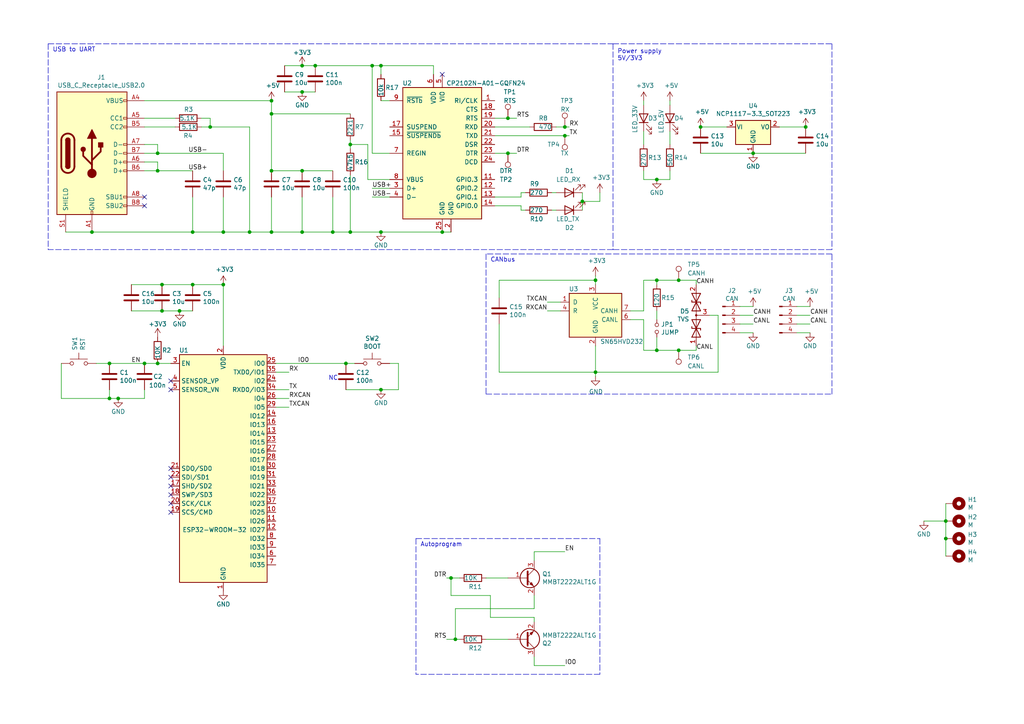
<source format=kicad_sch>
(kicad_sch (version 20211123) (generator eeschema)
  (paper "A4")
  (lib_symbols
    (symbol "Connector:Conn_01x04_Male" (pin_names (offset 1.016) hide)
      (property "Reference" "J" (at 0 5.08 0))
      (property "Value" "Conn_01x04_Male" (at 0 -7.62 0))
      (symbol "Conn_01x04_Male_1_1"
        (polyline (pts (xy 1.27 -5.08) (xy 0.8636 -5.08)) (stroke (width 0.1524)))
        (polyline (pts (xy 1.27 -2.54) (xy 0.8636 -2.54)) (stroke (width 0.1524)))
        (polyline (pts (xy 1.27 0) (xy 0.8636 0)) (stroke (width 0.1524)))
        (polyline (pts (xy 1.27 2.54) (xy 0.8636 2.54)) (stroke (width 0.1524)))
        (rectangle (start 0.8636 -4.953) (end 0 -5.207) (stroke (width 0.1524)) (fill (type outline)))
        (rectangle (start 0.8636 -2.413) (end 0 -2.667) (stroke (width 0.1524)) (fill (type outline)))
        (rectangle (start 0.8636 0.127) (end 0 -0.127) (stroke (width 0.1524)) (fill (type outline)))
        (rectangle (start 0.8636 2.667) (end 0 2.413) (stroke (width 0.1524)) (fill (type outline)))
        (pin passive line (at 5.08 2.54 180) (length 3.81) (name "Pin_1") (number "1"))
        (pin passive line (at 5.08 0 180) (length 3.81) (name "Pin_2") (number "2"))
        (pin passive line (at 5.08 -2.54 180) (length 3.81) (name "Pin_3") (number "3"))
        (pin passive line (at 5.08 -5.08 180) (length 3.81) (name "Pin_4") (number "4"))
      )
    )
    (symbol "Connector:TestPoint" (pin_numbers hide) (pin_names (offset 0.762) hide)
      (property "Reference" "TP" (at 0 6.858 0))
      (property "Value" "TestPoint" (at 0 5.08 0))
      (symbol "TestPoint_0_1"
        (circle (center 0 3.302) (radius 0.762))
      )
      (symbol "TestPoint_1_1"
        (pin passive line (at 0 0 90) (length 2.54) (name "1") (number "1"))
      )
    )
    (symbol "Connector:USB_C_Receptacle_USB2.0" (pin_names (offset 1.016))
      (property "Reference" "J" (at -10.16 19.05 0))
      (property "Value" "USB_C_Receptacle_USB2.0" (at 19.05 19.05 0))
      (symbol "USB_C_Receptacle_USB2.0_0_0"
        (rectangle (start -0.254 -17.78) (end 0.254 -16.764))
        (rectangle (start 10.16 -14.986) (end 9.144 -15.494))
        (rectangle (start 10.16 -12.446) (end 9.144 -12.954))
        (rectangle (start 10.16 -4.826) (end 9.144 -5.334))
        (rectangle (start 10.16 -2.286) (end 9.144 -2.794))
        (rectangle (start 10.16 0.254) (end 9.144 -0.254))
        (rectangle (start 10.16 2.794) (end 9.144 2.286))
        (rectangle (start 10.16 7.874) (end 9.144 7.366))
        (rectangle (start 10.16 10.414) (end 9.144 9.906))
        (rectangle (start 10.16 15.494) (end 9.144 14.986))
      )
      (symbol "USB_C_Receptacle_USB2.0_0_1"
        (rectangle (start -10.16 17.78) (end 10.16 -17.78) (stroke (width 0.254)) (fill (type background)))
        (arc (start -8.89 -3.81) (mid -6.985 -5.715) (end -5.08 -3.81) (stroke (width 0.508)))
        (arc (start -7.62 -3.81) (mid -6.985 -4.445) (end -6.35 -3.81) (stroke (width 0.254)))
        (arc (start -7.62 -3.81) (mid -6.985 -4.445) (end -6.35 -3.81) (stroke (width 0.254)) (fill (type outline)))
        (rectangle (start -7.62 -3.81) (end -6.35 3.81) (stroke (width 0.254)) (fill (type outline)))
        (arc (start -6.35 3.81) (mid -6.985 4.445) (end -7.62 3.81) (stroke (width 0.254)))
        (arc (start -6.35 3.81) (mid -6.985 4.445) (end -7.62 3.81) (stroke (width 0.254)) (fill (type outline)))
        (arc (start -5.08 3.81) (mid -6.985 5.715) (end -8.89 3.81) (stroke (width 0.508)))
        (circle (center -2.54 1.143) (radius 0.635) (stroke (width 0.254)) (fill (type outline)))
        (circle (center 0 -5.842) (radius 1.27) (fill (type outline)))
        (polyline (pts (xy -8.89 -3.81) (xy -8.89 3.81)) (stroke (width 0.508)))
        (polyline (pts (xy -5.08 3.81) (xy -5.08 -3.81)) (stroke (width 0.508)))
        (polyline (pts (xy 0 -5.842) (xy 0 4.318)) (stroke (width 0.508)))
        (polyline (pts (xy 0 -3.302) (xy -2.54 -0.762) (xy -2.54 0.508)) (stroke (width 0.508)))
        (polyline (pts (xy 0 -2.032) (xy 2.54 0.508) (xy 2.54 1.778)) (stroke (width 0.508)))
        (polyline (pts (xy -1.27 4.318) (xy 0 6.858) (xy 1.27 4.318) (xy -1.27 4.318)) (stroke (width 0.254)) (fill (type outline)))
        (rectangle (start 1.905 1.778) (end 3.175 3.048) (stroke (width 0.254)) (fill (type outline)))
      )
      (symbol "USB_C_Receptacle_USB2.0_1_1"
        (pin passive line (at 0 -22.86 90) (length 5.08) (name "GND") (number "A1"))
        (pin passive line (at 0 -22.86 90) (length 5.08) hide (name "GND") (number "A12"))
        (pin passive line (at 15.24 15.24 180) (length 5.08) (name "VBUS") (number "A4"))
        (pin bidirectional line (at 15.24 10.16 180) (length 5.08) (name "CC1") (number "A5"))
        (pin bidirectional line (at 15.24 -2.54 180) (length 5.08) (name "D+") (number "A6"))
        (pin bidirectional line (at 15.24 2.54 180) (length 5.08) (name "D-") (number "A7"))
        (pin bidirectional line (at 15.24 -12.7 180) (length 5.08) (name "SBU1") (number "A8"))
        (pin passive line (at 15.24 15.24 180) (length 5.08) hide (name "VBUS") (number "A9"))
        (pin passive line (at 0 -22.86 90) (length 5.08) hide (name "GND") (number "B1"))
        (pin passive line (at 0 -22.86 90) (length 5.08) hide (name "GND") (number "B12"))
        (pin passive line (at 15.24 15.24 180) (length 5.08) hide (name "VBUS") (number "B4"))
        (pin bidirectional line (at 15.24 7.62 180) (length 5.08) (name "CC2") (number "B5"))
        (pin bidirectional line (at 15.24 -5.08 180) (length 5.08) (name "D+") (number "B6"))
        (pin bidirectional line (at 15.24 0 180) (length 5.08) (name "D-") (number "B7"))
        (pin bidirectional line (at 15.24 -15.24 180) (length 5.08) (name "SBU2") (number "B8"))
        (pin passive line (at 15.24 15.24 180) (length 5.08) hide (name "VBUS") (number "B9"))
        (pin passive line (at -7.62 -22.86 90) (length 5.08) (name "SHIELD") (number "S1"))
      )
    )
    (symbol "Device:C" (pin_numbers hide) (pin_names (offset 0.254))
      (property "Reference" "C" (at 0.635 2.54 0))
      (property "Value" "C" (at 0.635 -2.54 0))
      (symbol "C_0_1"
        (polyline (pts (xy -2.032 -0.762) (xy 2.032 -0.762)) (stroke (width 0.508)))
        (polyline (pts (xy -2.032 0.762) (xy 2.032 0.762)) (stroke (width 0.508)))
      )
      (symbol "C_1_1"
        (pin passive line (at 0 3.81 270) (length 2.794) (name "~") (number "1"))
        (pin passive line (at 0 -3.81 90) (length 2.794) (name "~") (number "2"))
      )
    )
    (symbol "Device:D_TVS_x2_AAC" (pin_names (offset 1.016) hide)
      (property "Reference" "D" (at 0 4.445 0))
      (property "Value" "Device_D_TVS_x2_AAC" (at 0 2.54 0))
      (symbol "D_TVS_x2_AAC_0_0"
        (polyline (pts (xy 0 -1.27) (xy 0 0)))
      )
      (symbol "D_TVS_x2_AAC_0_1"
        (polyline (pts (xy -6.35 0) (xy 6.35 0)))
        (polyline (pts (xy -3.302 1.27) (xy -3.81 1.27) (xy -3.81 -1.27) (xy -4.318 -1.27)) (stroke (width 0.254)))
        (polyline (pts (xy 4.318 1.27) (xy 3.81 1.27) (xy 3.81 -1.27) (xy 3.302 -1.27)) (stroke (width 0.254)))
        (polyline (pts (xy -6.35 1.27) (xy -1.27 -1.27) (xy -1.27 1.27) (xy -6.35 -1.27) (xy -6.35 1.27)) (stroke (width 0.254)))
        (polyline (pts (xy 6.35 1.27) (xy 1.27 -1.27) (xy 1.27 1.27) (xy 6.35 -1.27) (xy 6.35 1.27)) (stroke (width 0.254)))
        (circle (center 0 0) (radius 0.254) (fill (type outline)))
      )
      (symbol "D_TVS_x2_AAC_1_1"
        (pin passive line (at -8.89 0 0) (length 2.54) (name "A1") (number "1"))
        (pin passive line (at 8.89 0 180) (length 2.54) (name "A2") (number "2"))
        (pin input line (at 0 -3.81 90) (length 2.54) (name "common") (number "3"))
      )
    )
    (symbol "Device:Jumper_NO_Small" (pin_numbers hide) (pin_names (offset 0.762) hide)
      (property "Reference" "JP" (at 0 2.032 0))
      (property "Value" "Device_Jumper_NO_Small" (at 0.254 -1.524 0))
      (symbol "Jumper_NO_Small_0_1"
        (circle (center -1.016 0) (radius 0.508))
        (circle (center 1.016 0) (radius 0.508))
        (pin passive line (at -2.54 0 0) (length 1.016) (name "1") (number "1"))
        (pin passive line (at 2.54 0 180) (length 1.016) (name "2") (number "2"))
      )
    )
    (symbol "Device:LED" (pin_numbers hide) (pin_names (offset 1.016) hide)
      (property "Reference" "D" (at 0 2.54 0))
      (property "Value" "LED" (at 0 -2.54 0))
      (symbol "LED_0_1"
        (polyline (pts (xy -1.27 -1.27) (xy -1.27 1.27)) (stroke (width 0.254)))
        (polyline (pts (xy -1.27 0) (xy 1.27 0)))
        (polyline (pts (xy 1.27 -1.27) (xy 1.27 1.27) (xy -1.27 0) (xy 1.27 -1.27)) (stroke (width 0.254)))
        (polyline (pts (xy -3.048 -0.762) (xy -4.572 -2.286) (xy -3.81 -2.286) (xy -4.572 -2.286) (xy -4.572 -1.524)))
        (polyline (pts (xy -1.778 -0.762) (xy -3.302 -2.286) (xy -2.54 -2.286) (xy -3.302 -2.286) (xy -3.302 -1.524)))
      )
      (symbol "LED_1_1"
        (pin passive line (at -3.81 0 0) (length 2.54) (name "K") (number "1"))
        (pin passive line (at 3.81 0 180) (length 2.54) (name "A") (number "2"))
      )
    )
    (symbol "Device:Q_NPN_BEC" (pin_names (offset 0) hide)
      (property "Reference" "Q" (at 5.08 1.27 0))
      (property "Value" "Q_NPN_BEC" (at 5.08 -1.27 0))
      (symbol "Q_NPN_BEC_0_1"
        (polyline (pts (xy 0.635 0.635) (xy 2.54 2.54)))
        (polyline (pts (xy 0.635 -0.635) (xy 2.54 -2.54) (xy 2.54 -2.54)))
        (polyline (pts (xy 0.635 1.905) (xy 0.635 -1.905) (xy 0.635 -1.905)) (stroke (width 0.508)))
        (polyline (pts (xy 1.27 -1.778) (xy 1.778 -1.27) (xy 2.286 -2.286) (xy 1.27 -1.778) (xy 1.27 -1.778)) (fill (type outline)))
        (circle (center 1.27 0) (radius 2.8194) (stroke (width 0.254)))
      )
      (symbol "Q_NPN_BEC_1_1"
        (pin input line (at -5.08 0 0) (length 5.715) (name "B") (number "1"))
        (pin passive line (at 2.54 -5.08 90) (length 2.54) (name "E") (number "2"))
        (pin passive line (at 2.54 5.08 270) (length 2.54) (name "C") (number "3"))
      )
    )
    (symbol "Device:R" (pin_numbers hide) (pin_names (offset 0))
      (property "Reference" "R" (at 2.032 0 90))
      (property "Value" "R" (at 0 0 90))
      (symbol "R_0_1"
        (rectangle (start -1.016 -2.54) (end 1.016 2.54) (stroke (width 0.254)))
      )
      (symbol "R_1_1"
        (pin passive line (at 0 3.81 270) (length 1.27) (name "~") (number "1"))
        (pin passive line (at 0 -3.81 90) (length 1.27) (name "~") (number "2"))
      )
    )
    (symbol "Interface_CAN_LIN:SN65HVD232" (pin_names (offset 1.016))
      (property "Reference" "U" (at -2.54 10.16 0))
      (property "Value" "SN65HVD232" (at -2.54 7.62 0))
      (symbol "SN65HVD232_0_1"
        (rectangle (start -7.62 5.08) (end 7.62 -7.62) (stroke (width 0.254)) (fill (type background)))
      )
      (symbol "SN65HVD232_1_1"
        (pin input line (at -10.16 2.54 0) (length 2.54) (name "D") (number "1"))
        (pin power_in line (at 0 -10.16 90) (length 2.54) (name "GND") (number "2"))
        (pin power_in line (at 0 7.62 270) (length 2.54) (name "VCC") (number "3"))
        (pin output line (at -10.16 0 0) (length 2.54) (name "R") (number "4"))
        (pin no_connect line (at -10.16 -2.54 0) (length 2.54) hide (name "NC") (number "5"))
        (pin bidirectional line (at 10.16 -2.54 180) (length 2.54) (name "CANL") (number "6"))
        (pin bidirectional line (at 10.16 0 180) (length 2.54) (name "CANH") (number "7"))
        (pin no_connect line (at -10.16 -5.08 0) (length 2.54) hide (name "NC") (number "8"))
      )
    )
    (symbol "Interface_USB:CP2102N-A01-GQFN24" (pin_names (offset 1.016))
      (property "Reference" "U" (at -5.08 22.225 0))
      (property "Value" "Interface_USB_CP2102N-A01-GQFN24" (at -5.08 20.32 0))
      (symbol "CP2102N-A01-GQFN24_0_1"
        (rectangle (start -11.43 19.05) (end 11.43 -19.05) (stroke (width 0.254)) (fill (type background)))
      )
      (symbol "CP2102N-A01-GQFN24_1_1"
        (pin bidirectional line (at 15.24 15.24 180) (length 3.81) (name "RI/CLK") (number "1"))
        (pin no_connect line (at 10.16 -22.86 90) (length 3.81) hide (name "NC") (number "10"))
        (pin bidirectional line (at 15.24 -7.62 180) (length 3.81) (name "GPIO.3") (number "11"))
        (pin bidirectional line (at 15.24 -10.16 180) (length 3.81) (name "GPIO.2") (number "12"))
        (pin bidirectional line (at 15.24 -12.7 180) (length 3.81) (name "GPIO.1") (number "13"))
        (pin bidirectional line (at 15.24 -15.24 180) (length 3.81) (name "GPIO.0") (number "14"))
        (pin output line (at -15.24 5.08 0) (length 3.81) (name "~{SUSPENDb}") (number "15"))
        (pin no_connect line (at 7.62 -22.86 90) (length 3.81) hide (name "NC") (number "16"))
        (pin output line (at -15.24 7.62 0) (length 3.81) (name "SUSPEND") (number "17"))
        (pin input line (at 15.24 12.7 180) (length 3.81) (name "CTS") (number "18"))
        (pin output line (at 15.24 10.16 180) (length 3.81) (name "RTS") (number "19"))
        (pin power_in line (at 2.54 -22.86 90) (length 3.81) (name "GND") (number "2"))
        (pin input line (at 15.24 7.62 180) (length 3.81) (name "RXD") (number "20"))
        (pin output line (at 15.24 5.08 180) (length 3.81) (name "TXD") (number "21"))
        (pin input line (at 15.24 2.54 180) (length 3.81) (name "DSR") (number "22"))
        (pin output line (at 15.24 0 180) (length 3.81) (name "DTR") (number "23"))
        (pin input line (at 15.24 -2.54 180) (length 3.81) (name "DCD") (number "24"))
        (pin power_in line (at 0 -22.86 90) (length 3.81) (name "GND") (number "25"))
        (pin bidirectional line (at -15.24 -10.16 0) (length 3.81) (name "D+") (number "3"))
        (pin bidirectional line (at -15.24 -12.7 0) (length 3.81) (name "D-") (number "4"))
        (pin power_in line (at 0 22.86 270) (length 3.81) (name "VIO") (number "5"))
        (pin power_in line (at -2.54 22.86 270) (length 3.81) (name "VDD") (number "6"))
        (pin power_in line (at -15.24 0 0) (length 3.81) (name "REGIN") (number "7"))
        (pin input line (at -15.24 -7.62 0) (length 3.81) (name "VBUS") (number "8"))
        (pin input line (at -15.24 15.24 0) (length 3.81) (name "~{RSTb}") (number "9"))
      )
    )
    (symbol "Mechanical:MountingHole_Pad" (pin_numbers hide) (pin_names (offset 1.016) hide)
      (property "Reference" "H" (at 0 6.35 0))
      (property "Value" "MountingHole_Pad" (at 0 4.445 0))
      (symbol "MountingHole_Pad_0_1"
        (circle (center 0 1.27) (radius 1.27) (stroke (width 1.27)))
      )
      (symbol "MountingHole_Pad_1_1"
        (pin input line (at 0 -2.54 90) (length 2.54) (name "1") (number "1"))
      )
    )
    (symbol "RF_Module:ESP32-WROOM-32"
      (property "Reference" "U" (at -12.7 34.29 0))
      (property "Value" "ESP32-WROOM-32" (at 1.27 34.29 0))
      (symbol "ESP32-WROOM-32_0_1"
        (rectangle (start -12.7 33.02) (end 12.7 -33.02) (stroke (width 0.254)) (fill (type background)))
      )
      (symbol "ESP32-WROOM-32_1_1"
        (pin power_in line (at 0 -35.56 90) (length 2.54) (name "GND") (number "1"))
        (pin bidirectional line (at 15.24 -12.7 180) (length 2.54) (name "IO25") (number "10"))
        (pin bidirectional line (at 15.24 -15.24 180) (length 2.54) (name "IO26") (number "11"))
        (pin bidirectional line (at 15.24 -17.78 180) (length 2.54) (name "IO27") (number "12"))
        (pin bidirectional line (at 15.24 10.16 180) (length 2.54) (name "IO14") (number "13"))
        (pin bidirectional line (at 15.24 15.24 180) (length 2.54) (name "IO12") (number "14"))
        (pin passive line (at 0 -35.56 90) (length 2.54) hide (name "GND") (number "15"))
        (pin bidirectional line (at 15.24 12.7 180) (length 2.54) (name "IO13") (number "16"))
        (pin bidirectional line (at -15.24 -5.08 0) (length 2.54) (name "SHD/SD2") (number "17"))
        (pin bidirectional line (at -15.24 -7.62 0) (length 2.54) (name "SWP/SD3") (number "18"))
        (pin bidirectional line (at -15.24 -12.7 0) (length 2.54) (name "SCS/CMD") (number "19"))
        (pin power_in line (at 0 35.56 270) (length 2.54) (name "VDD") (number "2"))
        (pin bidirectional line (at -15.24 -10.16 0) (length 2.54) (name "SCK/CLK") (number "20"))
        (pin bidirectional line (at -15.24 0 0) (length 2.54) (name "SDO/SD0") (number "21"))
        (pin bidirectional line (at -15.24 -2.54 0) (length 2.54) (name "SDI/SD1") (number "22"))
        (pin bidirectional line (at 15.24 7.62 180) (length 2.54) (name "IO15") (number "23"))
        (pin bidirectional line (at 15.24 25.4 180) (length 2.54) (name "IO2") (number "24"))
        (pin bidirectional line (at 15.24 30.48 180) (length 2.54) (name "IO0") (number "25"))
        (pin bidirectional line (at 15.24 20.32 180) (length 2.54) (name "IO4") (number "26"))
        (pin bidirectional line (at 15.24 5.08 180) (length 2.54) (name "IO16") (number "27"))
        (pin bidirectional line (at 15.24 2.54 180) (length 2.54) (name "IO17") (number "28"))
        (pin bidirectional line (at 15.24 17.78 180) (length 2.54) (name "IO5") (number "29"))
        (pin input line (at -15.24 30.48 0) (length 2.54) (name "EN") (number "3"))
        (pin bidirectional line (at 15.24 0 180) (length 2.54) (name "IO18") (number "30"))
        (pin bidirectional line (at 15.24 -2.54 180) (length 2.54) (name "IO19") (number "31"))
        (pin no_connect line (at -12.7 -27.94 0) (length 2.54) hide (name "NC") (number "32"))
        (pin bidirectional line (at 15.24 -5.08 180) (length 2.54) (name "IO21") (number "33"))
        (pin bidirectional line (at 15.24 22.86 180) (length 2.54) (name "RXD0/IO3") (number "34"))
        (pin bidirectional line (at 15.24 27.94 180) (length 2.54) (name "TXD0/IO1") (number "35"))
        (pin bidirectional line (at 15.24 -7.62 180) (length 2.54) (name "IO22") (number "36"))
        (pin bidirectional line (at 15.24 -10.16 180) (length 2.54) (name "IO23") (number "37"))
        (pin passive line (at 0 -35.56 90) (length 2.54) hide (name "GND") (number "38"))
        (pin passive line (at 0 -35.56 90) (length 2.54) hide (name "GND") (number "39"))
        (pin input line (at -15.24 25.4 0) (length 2.54) (name "SENSOR_VP") (number "4"))
        (pin input line (at -15.24 22.86 0) (length 2.54) (name "SENSOR_VN") (number "5"))
        (pin input line (at 15.24 -25.4 180) (length 2.54) (name "IO34") (number "6"))
        (pin input line (at 15.24 -27.94 180) (length 2.54) (name "IO35") (number "7"))
        (pin bidirectional line (at 15.24 -20.32 180) (length 2.54) (name "IO32") (number "8"))
        (pin bidirectional line (at 15.24 -22.86 180) (length 2.54) (name "IO33") (number "9"))
      )
    )
    (symbol "Regulator_Linear:NCP1117-3.3_SOT223" (pin_names (offset 0.254))
      (property "Reference" "U" (at -3.81 3.175 0))
      (property "Value" "NCP1117-3.3_SOT223" (at 0 3.175 0))
      (symbol "NCP1117-3.3_SOT223_0_1"
        (rectangle (start -5.08 -5.08) (end 5.08 1.905) (stroke (width 0.254)) (fill (type background)))
      )
      (symbol "NCP1117-3.3_SOT223_1_1"
        (pin power_in line (at 0 -7.62 90) (length 2.54) (name "GND") (number "1"))
        (pin power_out line (at 7.62 0 180) (length 2.54) (name "VO") (number "2"))
        (pin power_in line (at -7.62 0 0) (length 2.54) (name "VI") (number "3"))
      )
    )
    (symbol "Switch:SW_Push" (pin_numbers hide) (pin_names (offset 1.016) hide)
      (property "Reference" "SW" (at 1.27 2.54 0))
      (property "Value" "SW_Push" (at 0 -1.524 0))
      (symbol "SW_Push_0_1"
        (circle (center -2.032 0) (radius 0.508))
        (polyline (pts (xy 0 1.27) (xy 0 3.048)))
        (polyline (pts (xy 2.54 1.27) (xy -2.54 1.27)))
        (circle (center 2.032 0) (radius 0.508))
        (pin passive line (at -5.08 0 0) (length 2.54) (name "1") (number "1"))
        (pin passive line (at 5.08 0 180) (length 2.54) (name "2") (number "2"))
      )
    )
    (symbol "power:+3.3V" (power) (pin_names (offset 0))
      (property "Value" "+3.3V" (at 0 3.556 0))
      (symbol "+3.3V_0_1"
        (polyline (pts (xy -0.762 1.27) (xy 0 2.54)))
        (polyline (pts (xy 0 0) (xy 0 2.54)))
        (polyline (pts (xy 0 2.54) (xy 0.762 1.27)))
      )
      (symbol "+3.3V_1_1"
        (pin power_in line (at 0 0 90) (length 0) hide (name "+3V3") (number "1"))
      )
    )
    (symbol "power:+5V" (power) (pin_names (offset 0))
      (property "Value" "+5V" (at 0 3.556 0))
      (symbol "+5V_0_1"
        (polyline (pts (xy -0.762 1.27) (xy 0 2.54)))
        (polyline (pts (xy 0 0) (xy 0 2.54)))
        (polyline (pts (xy 0 2.54) (xy 0.762 1.27)))
      )
      (symbol "+5V_1_1"
        (pin power_in line (at 0 0 90) (length 0) hide (name "+5V") (number "1"))
      )
    )
    (symbol "power:GND" (power) (pin_names (offset 0))
      (property "Value" "GND" (at 0 -3.81 0))
      (symbol "GND_0_1"
        (polyline (pts (xy 0 0) (xy 0 -1.27) (xy 1.27 -1.27) (xy 0 -2.54) (xy -1.27 -1.27) (xy 0 -1.27)))
      )
      (symbol "GND_1_1"
        (pin power_in line (at 0 0 270) (length 0) hide (name "GND") (number "1"))
      )
    )
  )
  (junction (at 190.5 52.07))
  (junction (at 31.75 115.57))
  (junction (at 172.72 107.95))
  (junction (at 78.74 33.02))
  (junction (at 34.29 115.57))
  (junction (at 163.83 36.83))
  (junction (at 107.95 19.05))
  (junction (at 45.72 105.41))
  (junction (at 87.63 19.05))
  (junction (at 91.44 19.05))
  (junction (at 78.74 67.31))
  (junction (at 31.75 105.41))
  (junction (at 196.85 101.6))
  (junction (at 78.74 49.53))
  (junction (at 101.6 41.91))
  (junction (at 233.68 36.83))
  (junction (at 45.72 49.53))
  (junction (at 78.74 29.21))
  (junction (at 190.5 81.28))
  (junction (at 190.5 101.6))
  (junction (at 87.63 26.67))
  (junction (at 64.77 82.55))
  (junction (at 41.91 105.41))
  (junction (at 101.6 67.31))
  (junction (at 218.44 44.45))
  (junction (at 55.88 67.31))
  (junction (at 168.91 58.42))
  (junction (at 110.49 19.05))
  (junction (at 52.07 90.17))
  (junction (at 196.85 81.28))
  (junction (at 132.08 185.42))
  (junction (at 87.63 67.31))
  (junction (at 64.77 67.31))
  (junction (at 147.32 34.29))
  (junction (at 96.52 67.31))
  (junction (at 274.32 151.13))
  (junction (at 100.33 105.41))
  (junction (at 26.67 67.31))
  (junction (at 87.63 49.53))
  (junction (at 274.32 156.21))
  (junction (at 110.49 67.31))
  (junction (at 45.72 44.45))
  (junction (at 60.96 36.83))
  (junction (at 72.39 67.31))
  (junction (at 203.2 36.83))
  (junction (at 55.88 82.55))
  (junction (at 46.99 90.17))
  (junction (at 172.72 81.28))
  (junction (at 46.99 82.55))
  (junction (at 147.32 44.45))
  (junction (at 128.27 67.31))
  (junction (at 163.83 39.37))
  (junction (at 110.49 113.03))
  (junction (at 130.81 167.64))
  (no_connect (at 49.53 113.03))
  (no_connect (at 49.53 138.43))
  (no_connect (at 49.53 148.59))
  (no_connect (at 49.53 143.51))
  (no_connect (at 49.53 135.89))
  (no_connect (at 41.91 59.69))
  (no_connect (at 128.27 21.59))
  (no_connect (at 49.53 140.97))
  (no_connect (at 41.91 57.15))
  (no_connect (at 49.53 110.49))
  (no_connect (at 49.53 146.05))
  (wire (pts (xy 58.42 34.29) (xy 60.96 34.29)))
  (wire (pts (xy 72.39 67.31) (xy 78.74 67.31)))
  (wire (pts (xy 172.72 81.28) (xy 172.72 82.55)))
  (wire (pts (xy 31.75 105.41) (xy 41.91 105.41)))
  (polyline (pts (xy 177.8 12.7) (xy 241.3 12.7)))
  (wire (pts (xy 182.88 90.17) (xy 186.69 90.17)))
  (wire (pts (xy 72.39 67.31) (xy 72.39 36.83)))
  (polyline (pts (xy 140.97 114.3) (xy 241.3 114.3)))
  (wire (pts (xy 165.1 36.83) (xy 163.83 36.83)))
  (wire (pts (xy 274.32 156.21) (xy 274.32 161.29)))
  (wire (pts (xy 194.31 52.07) (xy 194.31 49.53)))
  (wire (pts (xy 203.2 44.45) (xy 218.44 44.45)))
  (wire (pts (xy 46.99 90.17) (xy 52.07 90.17)))
  (polyline (pts (xy 13.97 12.7) (xy 13.97 72.39)))
  (wire (pts (xy 110.49 67.31) (xy 101.6 67.31)))
  (wire (pts (xy 41.91 41.91) (xy 45.72 41.91)))
  (polyline (pts (xy 177.8 12.7) (xy 177.8 72.39)))
  (wire (pts (xy 55.88 67.31) (xy 64.77 67.31)))
  (wire (pts (xy 151.13 59.69) (xy 143.51 59.69)))
  (wire (pts (xy 205.74 91.44) (xy 208.28 91.44)))
  (wire (pts (xy 144.78 81.28) (xy 172.72 81.28)))
  (wire (pts (xy 113.03 57.15) (xy 107.95 57.15)))
  (wire (pts (xy 154.94 179.07) (xy 142.24 179.07)))
  (wire (pts (xy 147.32 44.45) (xy 149.86 44.45)))
  (wire (pts (xy 190.5 97.79) (xy 190.5 101.6)))
  (wire (pts (xy 168.91 58.42) (xy 168.91 60.96)))
  (wire (pts (xy 60.96 34.29) (xy 60.96 36.83)))
  (wire (pts (xy 190.5 82.55) (xy 190.5 81.28)))
  (wire (pts (xy 186.69 92.71) (xy 186.69 101.6)))
  (wire (pts (xy 26.67 67.31) (xy 55.88 67.31)))
  (wire (pts (xy 173.99 55.88) (xy 173.99 58.42)))
  (wire (pts (xy 231.14 96.52) (xy 234.95 96.52)))
  (wire (pts (xy 113.03 44.45) (xy 107.95 44.45)))
  (wire (pts (xy 17.78 105.41) (xy 17.78 115.57)))
  (wire (pts (xy 144.78 107.95) (xy 172.72 107.95)))
  (polyline (pts (xy 241.3 73.66) (xy 140.97 73.66)))
  (wire (pts (xy 115.57 105.41) (xy 115.57 113.03)))
  (wire (pts (xy 194.31 29.21) (xy 194.31 30.48)))
  (polyline (pts (xy 140.97 73.66) (xy 140.97 114.3)))
  (wire (pts (xy 194.31 38.1) (xy 194.31 41.91)))
  (wire (pts (xy 101.6 40.64) (xy 101.6 41.91)))
  (wire (pts (xy 151.13 60.96) (xy 152.4 60.96)))
  (wire (pts (xy 78.74 49.53) (xy 78.74 33.02)))
  (wire (pts (xy 64.77 67.31) (xy 72.39 67.31)))
  (wire (pts (xy 91.44 19.05) (xy 107.95 19.05)))
  (wire (pts (xy 45.72 105.41) (xy 41.91 105.41)))
  (polyline (pts (xy 13.97 12.7) (xy 177.8 12.7)))
  (wire (pts (xy 41.91 44.45) (xy 45.72 44.45)))
  (wire (pts (xy 151.13 60.96) (xy 151.13 59.69)))
  (wire (pts (xy 203.2 36.83) (xy 210.82 36.83)))
  (wire (pts (xy 78.74 33.02) (xy 78.74 29.21)))
  (wire (pts (xy 60.96 36.83) (xy 58.42 36.83)))
  (wire (pts (xy 96.52 57.15) (xy 96.52 67.31)))
  (wire (pts (xy 45.72 46.99) (xy 45.72 49.53)))
  (wire (pts (xy 172.72 100.33) (xy 172.72 107.95)))
  (wire (pts (xy 87.63 67.31) (xy 78.74 67.31)))
  (wire (pts (xy 154.94 162.56) (xy 154.94 160.02)))
  (wire (pts (xy 196.85 101.6) (xy 201.93 101.6)))
  (wire (pts (xy 153.67 36.83) (xy 143.51 36.83)))
  (wire (pts (xy 132.08 185.42) (xy 129.54 185.42)))
  (wire (pts (xy 113.03 54.61) (xy 107.95 54.61)))
  (wire (pts (xy 64.77 82.55) (xy 64.77 100.33)))
  (wire (pts (xy 144.78 93.98) (xy 144.78 107.95)))
  (wire (pts (xy 143.51 34.29) (xy 147.32 34.29)))
  (wire (pts (xy 186.69 81.28) (xy 190.5 81.28)))
  (wire (pts (xy 190.5 81.28) (xy 196.85 81.28)))
  (wire (pts (xy 208.28 91.44) (xy 208.28 107.95)))
  (wire (pts (xy 154.94 172.72) (xy 154.94 176.53)))
  (wire (pts (xy 107.95 19.05) (xy 110.49 19.05)))
  (wire (pts (xy 214.63 91.44) (xy 218.44 91.44)))
  (wire (pts (xy 41.91 34.29) (xy 50.8 34.29)))
  (wire (pts (xy 140.97 167.64) (xy 147.32 167.64)))
  (wire (pts (xy 154.94 180.34) (xy 154.94 179.07)))
  (wire (pts (xy 214.63 96.52) (xy 218.44 96.52)))
  (wire (pts (xy 27.94 105.41) (xy 31.75 105.41)))
  (wire (pts (xy 130.81 172.72) (xy 130.81 167.64)))
  (wire (pts (xy 151.13 55.88) (xy 152.4 55.88)))
  (wire (pts (xy 172.72 109.22) (xy 172.72 107.95)))
  (wire (pts (xy 163.83 39.37) (xy 165.1 39.37)))
  (wire (pts (xy 201.93 101.6) (xy 201.93 100.33)))
  (wire (pts (xy 160.02 60.96) (xy 161.29 60.96)))
  (wire (pts (xy 38.1 82.55) (xy 46.99 82.55)))
  (wire (pts (xy 101.6 50.8) (xy 101.6 67.31)))
  (polyline (pts (xy 173.99 195.58) (xy 120.65 195.58)))
  (wire (pts (xy 274.32 151.13) (xy 274.32 156.21)))
  (wire (pts (xy 64.77 57.15) (xy 64.77 67.31)))
  (wire (pts (xy 186.69 90.17) (xy 186.69 81.28)))
  (wire (pts (xy 38.1 90.17) (xy 46.99 90.17)))
  (wire (pts (xy 160.02 55.88) (xy 161.29 55.88)))
  (wire (pts (xy 231.14 93.98) (xy 234.95 93.98)))
  (wire (pts (xy 55.88 82.55) (xy 64.77 82.55)))
  (wire (pts (xy 96.52 67.31) (xy 87.63 67.31)))
  (wire (pts (xy 267.97 151.13) (xy 274.32 151.13)))
  (wire (pts (xy 142.24 172.72) (xy 130.81 172.72)))
  (wire (pts (xy 186.69 49.53) (xy 186.69 52.07)))
  (wire (pts (xy 80.01 118.11) (xy 83.82 118.11)))
  (wire (pts (xy 154.94 176.53) (xy 132.08 176.53)))
  (wire (pts (xy 31.75 113.03) (xy 31.75 115.57)))
  (polyline (pts (xy 241.3 114.3) (xy 241.3 73.66)))
  (wire (pts (xy 80.01 113.03) (xy 83.82 113.03)))
  (wire (pts (xy 201.93 81.28) (xy 201.93 82.55)))
  (wire (pts (xy 151.13 55.88) (xy 151.13 57.15)))
  (wire (pts (xy 80.01 115.57) (xy 83.82 115.57)))
  (wire (pts (xy 41.91 113.03) (xy 41.91 115.57)))
  (wire (pts (xy 78.74 29.21) (xy 41.91 29.21)))
  (wire (pts (xy 41.91 46.99) (xy 45.72 46.99)))
  (wire (pts (xy 154.94 193.04) (xy 163.83 193.04)))
  (wire (pts (xy 87.63 57.15) (xy 87.63 67.31)))
  (wire (pts (xy 133.35 167.64) (xy 130.81 167.64)))
  (wire (pts (xy 78.74 33.02) (xy 101.6 33.02)))
  (wire (pts (xy 45.72 41.91) (xy 45.72 44.45)))
  (wire (pts (xy 87.63 26.67) (xy 91.44 26.67)))
  (wire (pts (xy 172.72 80.01) (xy 172.72 81.28)))
  (wire (pts (xy 132.08 176.53) (xy 132.08 185.42)))
  (wire (pts (xy 101.6 41.91) (xy 101.6 43.18)))
  (wire (pts (xy 190.5 101.6) (xy 196.85 101.6)))
  (wire (pts (xy 182.88 92.71) (xy 186.69 92.71)))
  (wire (pts (xy 274.32 146.05) (xy 274.32 151.13)))
  (wire (pts (xy 231.14 91.44) (xy 234.95 91.44)))
  (wire (pts (xy 143.51 39.37) (xy 163.83 39.37)))
  (wire (pts (xy 142.24 179.07) (xy 142.24 172.72)))
  (polyline (pts (xy 177.8 72.39) (xy 13.97 72.39)))
  (wire (pts (xy 41.91 49.53) (xy 45.72 49.53)))
  (polyline (pts (xy 173.99 156.21) (xy 173.99 195.58)))
  (wire (pts (xy 19.05 67.31) (xy 26.67 67.31)))
  (wire (pts (xy 144.78 86.36) (xy 144.78 81.28)))
  (wire (pts (xy 80.01 105.41) (xy 100.33 105.41)))
  (wire (pts (xy 45.72 49.53) (xy 55.88 49.53)))
  (wire (pts (xy 163.83 36.83) (xy 161.29 36.83)))
  (wire (pts (xy 133.35 185.42) (xy 132.08 185.42)))
  (wire (pts (xy 168.91 58.42) (xy 173.99 58.42)))
  (wire (pts (xy 140.97 185.42) (xy 147.32 185.42)))
  (polyline (pts (xy 241.3 72.39) (xy 177.8 72.39)))
  (wire (pts (xy 31.75 115.57) (xy 34.29 115.57)))
  (wire (pts (xy 186.69 38.1) (xy 186.69 41.91)))
  (wire (pts (xy 17.78 115.57) (xy 31.75 115.57)))
  (wire (pts (xy 196.85 81.28) (xy 201.93 81.28)))
  (wire (pts (xy 110.49 67.31) (xy 128.27 67.31)))
  (wire (pts (xy 162.56 90.17) (xy 158.75 90.17)))
  (wire (pts (xy 186.69 101.6) (xy 190.5 101.6)))
  (wire (pts (xy 107.95 44.45) (xy 107.95 19.05)))
  (polyline (pts (xy 120.65 156.21) (xy 173.99 156.21)))
  (wire (pts (xy 154.94 160.02) (xy 163.83 160.02)))
  (wire (pts (xy 154.94 190.5) (xy 154.94 193.04)))
  (polyline (pts (xy 241.3 12.7) (xy 241.3 72.39)))
  (wire (pts (xy 96.52 49.53) (xy 87.63 49.53)))
  (wire (pts (xy 72.39 36.83) (xy 60.96 36.83)))
  (wire (pts (xy 45.72 44.45) (xy 64.77 44.45)))
  (wire (pts (xy 87.63 19.05) (xy 82.55 19.05)))
  (wire (pts (xy 190.5 90.17) (xy 190.5 92.71)))
  (wire (pts (xy 82.55 26.67) (xy 87.63 26.67)))
  (wire (pts (xy 64.77 44.45) (xy 64.77 49.53)))
  (wire (pts (xy 143.51 57.15) (xy 151.13 57.15)))
  (wire (pts (xy 106.68 41.91) (xy 101.6 41.91)))
  (wire (pts (xy 130.81 167.64) (xy 129.54 167.64)))
  (wire (pts (xy 168.91 55.88) (xy 168.91 58.42)))
  (wire (pts (xy 110.49 19.05) (xy 110.49 21.59)))
  (wire (pts (xy 110.49 29.21) (xy 113.03 29.21)))
  (wire (pts (xy 172.72 107.95) (xy 208.28 107.95)))
  (wire (pts (xy 106.68 52.07) (xy 113.03 52.07)))
  (wire (pts (xy 190.5 52.07) (xy 194.31 52.07)))
  (wire (pts (xy 110.49 113.03) (xy 100.33 113.03)))
  (wire (pts (xy 87.63 49.53) (xy 78.74 49.53)))
  (polyline (pts (xy 120.65 156.21) (xy 120.65 195.58)))
  (wire (pts (xy 115.57 113.03) (xy 110.49 113.03)))
  (wire (pts (xy 186.69 52.07) (xy 190.5 52.07)))
  (wire (pts (xy 143.51 44.45) (xy 147.32 44.45)))
  (wire (pts (xy 41.91 36.83) (xy 50.8 36.83)))
  (wire (pts (xy 110.49 19.05) (xy 125.73 19.05)))
  (wire (pts (xy 78.74 67.31) (xy 78.74 57.15)))
  (wire (pts (xy 231.14 88.9) (xy 234.95 88.9)))
  (wire (pts (xy 125.73 21.59) (xy 125.73 19.05)))
  (wire (pts (xy 46.99 82.55) (xy 55.88 82.55)))
  (wire (pts (xy 100.33 105.41) (xy 102.87 105.41)))
  (wire (pts (xy 226.06 36.83) (xy 233.68 36.83)))
  (wire (pts (xy 52.07 90.17) (xy 55.88 90.17)))
  (wire (pts (xy 49.53 105.41) (xy 45.72 105.41)))
  (wire (pts (xy 162.56 87.63) (xy 158.75 87.63)))
  (wire (pts (xy 80.01 107.95) (xy 83.82 107.95)))
  (wire (pts (xy 101.6 67.31) (xy 96.52 67.31)))
  (wire (pts (xy 34.29 115.57) (xy 41.91 115.57)))
  (wire (pts (xy 218.44 44.45) (xy 233.68 44.45)))
  (wire (pts (xy 128.27 67.31) (xy 130.81 67.31)))
  (wire (pts (xy 214.63 88.9) (xy 218.44 88.9)))
  (wire (pts (xy 186.69 29.21) (xy 186.69 30.48)))
  (wire (pts (xy 91.44 19.05) (xy 87.63 19.05)))
  (wire (pts (xy 214.63 93.98) (xy 218.44 93.98)))
  (wire (pts (xy 55.88 57.15) (xy 55.88 67.31)))
  (wire (pts (xy 113.03 105.41) (xy 115.57 105.41)))
  (wire (pts (xy 147.32 34.29) (xy 149.86 34.29)))
  (wire (pts (xy 106.68 52.07) (xy 106.68 41.91)))
  (text "CANbus" (at 142.24 76.2 0) (effects (font (size 1.27 1.27)) (justify left bottom)))
  (text "Autoprogram" (at 121.92 158.75 0) (effects (font (size 1.27 1.27)) (justify left bottom)))
  (text "USB to UART" (at 15.24 15.24 0) (effects (font (size 1.27 1.27)) (justify left bottom)))
  (text "Power supply\n5V/3V3" (at 179.07 17.78 0) (effects (font (size 1.27 1.27)) (justify left bottom)))
  (text "NC" (at 95.25 110.49 0) (effects (font (size 1.27 1.27)) (justify left bottom)))
  (label "RX" (at 165.1 36.83 0))
  (label "CANH" (at 234.95 91.44 0))
  (label "IO0" (at 86.36 105.41 0))
  (label "USB-" (at 107.95 57.15 0))
  (label "EN" (at 38.1 105.41 0))
  (label "CANL" (at 234.95 93.98 0))
  (label "CANL" (at 218.44 93.98 0))
  (label "IO0" (at 163.83 193.04 0))
  (label "DTR" (at 149.86 44.45 0))
  (label "RXCAN" (at 83.82 115.57 0))
  (label "CANH" (at 218.44 91.44 0))
  (label "DTR" (at 129.54 167.64 180))
  (label "TX" (at 83.82 113.03 0))
  (label "EN" (at 163.83 160.02 0))
  (label "RTS" (at 129.54 185.42 180))
  (label "RXCAN" (at 158.75 90.17 180))
  (label "RX" (at 83.82 107.95 0))
  (label "USB-" (at 54.61 44.45 0))
  (label "USB+" (at 54.61 49.53 0))
  (label "CANH" (at 201.93 82.55 0))
  (label "RTS" (at 149.86 34.29 0))
  (label "TXCAN" (at 158.75 87.63 180))
  (label "TXCAN" (at 83.82 118.11 0))
  (label "TX" (at 165.1 39.37 0))
  (label "CANL" (at 201.93 101.6 0))
  (label "USB+" (at 107.95 54.61 0))
  (symbol (lib_id "RF_Module:ESP32-WROOM-32") (at 64.77 135.89 0) (unit 1)
    (property "Reference" "U1" (at 53.34 101.6 0))
    (property "Value" "ESP32-WROOM-32" (at 62.23 153.67 0))
    (property "Footprint" "RF_Module:ESP32-WROOM-32" (effects hide))
    (property "Datasheet" "https://www.espressif.com/sites/default/files/documentation/esp32-wroom-32_datasheet_en.pdf" (effects hide))
  )
  (symbol (lib_id "Interface_CAN_LIN:SN65HVD232") (at 172.72 90.17 0) (unit 1)
    (property "Reference" "U3" (at 166.37 83.82 0))
    (property "Value" "SN65HVD232" (at 180.34 99.06 0))
    (property "Footprint" "Package_SO:SOIC-8_3.9x4.9mm_P1.27mm" (effects hide))
    (property "Datasheet" "http://www.ti.com/lit/ds/symlink/sn65hvd230.pdf" (effects hide))
  )
  (symbol (lib_id "power:GND") (at 172.72 109.22 0) (unit 1)
    (property "Reference" "#PWR019" (effects hide))
    (property "Value" "GND" (at 172.847 113.6142 0))
  )
  (symbol (lib_id "Device:C") (at 144.78 90.17 0) (unit 1)
    (property "Reference" "C15" (at 147.701 89.0016 0) (effects (justify left)))
    (property "Value" "100n" (at 147.701 91.313 0) (effects (justify left)))
    (property "Footprint" "Capacitor_SMD:C_0805_2012Metric" (effects hide))
  )
  (symbol (lib_id "Device:D_TVS_x2_AAC") (at 201.93 91.44 90) (unit 1)
    (property "Reference" "D5" (at 199.9234 90.2716 90) (effects (justify left)))
    (property "Value" "TVS" (at 199.9234 92.583 90) (effects (justify left)))
    (property "Footprint" "Package_TO_SOT_SMD:SOT-23" (effects hide))
  )
  (symbol (lib_id "power:+3.3V") (at 172.72 80.01 0) (unit 1)
    (property "Reference" "#PWR018" (effects hide))
    (property "Value" "+3.3V" (at 173.101 75.6158 0))
  )
  (symbol (lib_id "Device:R") (at 190.5 86.36 0) (unit 1)
    (property "Reference" "R15" (at 191.77 86.36 0) (effects (justify left)))
    (property "Value" "120" (at 190.5 88.9 90) (effects (justify left)))
    (property "Footprint" "Resistor_SMD:R_0805_2012Metric" (effects hide))
  )
  (symbol (lib_id "Device:Jumper_NO_Small") (at 190.5 95.25 270) (unit 1)
    (property "Reference" "JP1" (at 191.7192 94.0816 90) (effects (justify left)))
    (property "Value" "JUMP" (at 191.7192 96.393 90) (effects (justify left)))
    (property "Footprint" "Connector_PinHeader_2.54mm:PinHeader_1x02_P2.54mm_Vertical" (effects hide))
  )
  (symbol (lib_id "Regulator_Linear:NCP1117-3.3_SOT223") (at 218.44 36.83 0) (unit 1)
    (property "Reference" "U4" (at 218.44 30.6832 0))
    (property "Value" "NCP1117-3.3_SOT223" (at 218.44 32.9946 0))
    (property "Footprint" "Package_TO_SOT_SMD:SOT-223-3_TabPin2" (effects hide))
    (property "Datasheet" "http://www.onsemi.com/pub_link/Collateral/NCP1117-D.PDF" (effects hide))
  )
  (symbol (lib_id "Device:LED") (at 186.69 34.29 90) (unit 1)
    (property "Reference" "D3" (at 187.96 34.29 90) (effects (justify right)))
    (property "Value" "LED_33V" (at 184.15 30.48 0) (effects (justify right)))
    (property "Footprint" "LED_SMD:LED_0805_2012Metric" (effects hide))
  )
  (symbol (lib_id "Device:LED") (at 194.31 34.29 90) (unit 1)
    (property "Reference" "D4" (at 195.58 34.29 90) (effects (justify right)))
    (property "Value" "LED_5V" (at 191.77 31.75 0) (effects (justify right)))
    (property "Footprint" "LED_SMD:LED_0805_2012Metric" (effects hide))
  )
  (symbol (lib_id "Device:R") (at 194.31 45.72 0) (unit 1)
    (property "Reference" "R14" (at 195.58 45.72 0) (effects (justify left)))
    (property "Value" "560" (at 194.31 48.26 90) (effects (justify left)))
    (property "Footprint" "Resistor_SMD:R_0805_2012Metric" (effects hide))
  )
  (symbol (lib_id "Device:R") (at 186.69 45.72 0) (unit 1)
    (property "Reference" "R13" (at 187.96 45.72 0) (effects (justify left)))
    (property "Value" "270" (at 186.69 48.26 90) (effects (justify left)))
    (property "Footprint" "Resistor_SMD:R_0805_2012Metric" (effects hide))
  )
  (symbol (lib_id "Device:C") (at 203.2 40.64 0) (unit 1)
    (property "Reference" "C13" (at 206.121 39.4716 0) (effects (justify left)))
    (property "Value" "10u" (at 206.121 41.783 0) (effects (justify left)))
    (property "Footprint" "Capacitor_SMD:C_0805_2012Metric" (effects hide))
  )
  (symbol (lib_id "Device:C") (at 233.68 40.64 0) (unit 1)
    (property "Reference" "C14" (at 236.601 39.4716 0) (effects (justify left)))
    (property "Value" "10u" (at 236.601 41.783 0) (effects (justify left)))
    (property "Footprint" "Capacitor_SMD:C_0805_2012Metric" (effects hide))
  )
  (symbol (lib_id "power:+5V") (at 203.2 36.83 0) (unit 1)
    (property "Reference" "#PWR021" (effects hide))
    (property "Value" "+5V" (at 203.581 32.4358 0))
  )
  (symbol (lib_id "power:+3.3V") (at 233.68 36.83 0) (unit 1)
    (property "Reference" "#PWR027" (effects hide))
    (property "Value" "+3.3V" (at 234.061 32.4358 0))
  )
  (symbol (lib_id "power:GND") (at 218.44 44.45 0) (unit 1)
    (property "Reference" "#PWR024" (effects hide))
    (property "Value" "GND" (at 218.44 48.26 0))
  )
  (symbol (lib_id "power:GND") (at 190.5 52.07 0) (unit 1)
    (property "Reference" "#PWR017" (effects hide))
    (property "Value" "GND" (at 190.5 55.88 0))
  )
  (symbol (lib_id "power:+5V") (at 194.31 29.21 0) (unit 1)
    (property "Reference" "#PWR020" (effects hide))
    (property "Value" "+5V" (at 194.691 24.8158 0))
  )
  (symbol (lib_id "power:+3.3V") (at 186.69 29.21 0) (unit 1)
    (property "Reference" "#PWR016" (effects hide))
    (property "Value" "+3.3V" (at 187.071 24.8158 0))
  )
  (symbol (lib_id "Connector:Conn_01x04_Male") (at 209.55 91.44 0) (unit 1)
    (property "Reference" "J2" (at 212.2932 84.3026 0))
    (property "Value" "CAN" (at 212.2932 86.614 0))
    (property "Footprint" "AREA_lib_Connector:690367290476" (effects hide))
  )
  (symbol (lib_id "power:+5V") (at 218.44 88.9 0) (unit 1)
    (property "Reference" "#PWR012" (effects hide))
    (property "Value" "+5V" (at 218.821 84.5058 0))
  )
  (symbol (lib_id "power:GND") (at 218.44 96.52 0) (unit 1)
    (property "Reference" "#PWR013" (effects hide))
    (property "Value" "GND" (at 218.44 100.33 0))
  )
  (symbol (lib_id "Connector:Conn_01x04_Male") (at 226.06 91.44 0) (unit 1)
    (property "Reference" "J3" (at 228.8032 84.3026 0))
    (property "Value" "CAN" (at 228.8032 86.614 0))
    (property "Footprint" "AREA_lib_Connector:690367290476" (effects hide))
  )
  (symbol (lib_id "power:+5V") (at 234.95 88.9 0) (unit 1)
    (property "Reference" "#PWR014" (effects hide))
    (property "Value" "+5V" (at 235.331 84.5058 0))
  )
  (symbol (lib_id "power:GND") (at 234.95 96.52 0) (unit 1)
    (property "Reference" "#PWR015" (effects hide))
    (property "Value" "GND" (at 234.95 100.33 0))
  )
  (symbol (lib_id "Connector:USB_C_Receptacle_USB2.0") (at 26.67 44.45 0) (unit 1)
    (property "Reference" "J1" (at 29.3878 22.4282 0))
    (property "Value" "USB_C_Receptacle_USB2.0" (at 29.3878 24.7396 0))
    (property "Footprint" "Connector_USB:USB_C_Receptacle_GCT_USB4085" (effects hide))
    (property "Datasheet" "https://www.usb.org/sites/default/files/documents/usb_type-c.zip" (effects hide))
  )
  (symbol (lib_id "Device:C") (at 78.74 53.34 0) (unit 1)
    (property "Reference" "C7" (at 81.661 52.1716 0) (effects (justify left)))
    (property "Value" "10u" (at 81.661 54.483 0) (effects (justify left)))
    (property "Footprint" "Capacitor_SMD:C_0805_2012Metric" (effects hide))
  )
  (symbol (lib_id "Device:R") (at 54.61 34.29 270) (unit 1)
    (property "Reference" "R3" (at 53.34 31.75 90) (effects (justify left)))
    (property "Value" "5.1K" (at 52.07 34.29 90) (effects (justify left)))
    (property "Footprint" "Resistor_SMD:R_0805_2012Metric" (effects hide))
  )
  (symbol (lib_id "Device:R") (at 54.61 36.83 90) (unit 1)
    (property "Reference" "R4" (at 55.88 39.37 90) (effects (justify left)))
    (property "Value" "5.1K" (at 57.15 36.83 90) (effects (justify left)))
    (property "Footprint" "Resistor_SMD:R_0805_2012Metric" (effects hide))
  )
  (symbol (lib_id "Device:C") (at 55.88 53.34 0) (unit 1)
    (property "Reference" "C4" (at 58.801 52.1716 0) (effects (justify left)))
    (property "Value" "47p" (at 58.801 54.483 0) (effects (justify left)))
    (property "Footprint" "Capacitor_SMD:C_0805_2012Metric" (effects hide))
  )
  (symbol (lib_id "Device:C") (at 64.77 53.34 0) (unit 1)
    (property "Reference" "C6" (at 67.691 52.1716 0) (effects (justify left)))
    (property "Value" "47p" (at 67.691 54.483 0) (effects (justify left)))
    (property "Footprint" "Capacitor_SMD:C_0805_2012Metric" (effects hide))
  )
  (symbol (lib_id "power:+5V") (at 78.74 29.21 0) (unit 1)
    (property "Reference" "#PWR06" (effects hide))
    (property "Value" "+5V" (at 79.121 24.8158 0))
  )
  (symbol (lib_id "Interface_USB:CP2102N-A01-GQFN24") (at 128.27 44.45 0) (unit 1)
    (property "Reference" "U2" (at 118.11 24.13 0))
    (property "Value" "CP2102N-A01-GQFN24" (at 140.97 24.13 0))
    (property "Footprint" "Package_DFN_QFN:QFN-24-1EP_4x4mm_P0.5mm_EP2.6x2.6mm" (effects hide))
    (property "Datasheet" "https://www.silabs.com/documents/public/data-sheets/cp2102n-datasheet.pdf" (effects hide))
  )
  (symbol (lib_id "Device:C") (at 87.63 53.34 0) (unit 1)
    (property "Reference" "C8" (at 90.551 52.1716 0) (effects (justify left)))
    (property "Value" "10u" (at 90.551 54.483 0) (effects (justify left)))
    (property "Footprint" "Capacitor_SMD:C_0805_2012Metric" (effects hide))
  )
  (symbol (lib_id "Device:C") (at 96.52 53.34 0) (unit 1)
    (property "Reference" "C10" (at 99.441 52.1716 0) (effects (justify left)))
    (property "Value" "100n" (at 99.441 54.483 0) (effects (justify left)))
    (property "Footprint" "Capacitor_SMD:C_0805_2012Metric" (effects hide))
  )
  (symbol (lib_id "Device:C") (at 82.55 22.86 0) (unit 1)
    (property "Reference" "C9" (at 85.471 21.6916 0) (effects (justify left)))
    (property "Value" "10u" (at 85.471 24.003 0) (effects (justify left)))
    (property "Footprint" "Capacitor_SMD:C_0805_2012Metric" (effects hide))
  )
  (symbol (lib_id "Device:C") (at 91.44 22.86 0) (unit 1)
    (property "Reference" "C11" (at 94.361 21.6916 0) (effects (justify left)))
    (property "Value" "100n" (at 94.361 24.003 0) (effects (justify left)))
    (property "Footprint" "Capacitor_SMD:C_0805_2012Metric" (effects hide))
  )
  (symbol (lib_id "power:GND") (at 110.49 67.31 0) (unit 1)
    (property "Reference" "#PWR010" (effects hide))
    (property "Value" "GND" (at 110.49 71.12 0))
  )
  (symbol (lib_id "power:GND") (at 87.63 26.67 0) (unit 1)
    (property "Reference" "#PWR09" (effects hide))
    (property "Value" "GND" (at 87.63 30.48 0))
  )
  (symbol (lib_id "power:+3.3V") (at 87.63 19.05 0) (unit 1)
    (property "Reference" "#PWR08" (effects hide))
    (property "Value" "+3.3V" (at 87.63 15.24 0))
  )
  (symbol (lib_id "Device:LED") (at 165.1 55.88 180) (unit 1)
    (property "Reference" "D1" (at 163.83 49.53 0) (effects (justify right)))
    (property "Value" "LED_RX" (at 161.29 52.07 0) (effects (justify right)))
    (property "Footprint" "LED_SMD:LED_0805_2012Metric" (effects hide))
  )
  (symbol (lib_id "Device:LED") (at 165.1 60.96 180) (unit 1)
    (property "Reference" "D2" (at 163.83 66.04 0) (effects (justify right)))
    (property "Value" "LED_TX" (at 161.29 63.5 0) (effects (justify right)))
    (property "Footprint" "LED_SMD:LED_0805_2012Metric" (effects hide))
  )
  (symbol (lib_id "Device:R") (at 156.21 60.96 270) (unit 1)
    (property "Reference" "R10" (at 153.67 63.5 90) (effects (justify left)))
    (property "Value" "270" (at 153.67 60.96 90) (effects (justify left)))
    (property "Footprint" "Resistor_SMD:R_0805_2012Metric" (effects hide))
  )
  (symbol (lib_id "Device:R") (at 156.21 55.88 270) (unit 1)
    (property "Reference" "R9" (at 153.67 53.34 90) (effects (justify left)))
    (property "Value" "270" (at 153.67 55.88 90) (effects (justify left)))
    (property "Footprint" "Resistor_SMD:R_0805_2012Metric" (effects hide))
  )
  (symbol (lib_id "Mechanical:MountingHole_Pad") (at 276.86 146.05 270) (unit 1)
    (property "Reference" "H1" (at 280.67 144.8816 90) (effects (justify left)))
    (property "Value" "M" (at 280.67 147.193 90) (effects (justify left)))
    (property "Footprint" "MountingHole:MountingHole_3.2mm_M3_Pad_Via" (effects hide))
  )
  (symbol (lib_id "Mechanical:MountingHole_Pad") (at 276.86 151.13 270) (unit 1)
    (property "Reference" "H2" (at 280.67 149.9616 90) (effects (justify left)))
    (property "Value" "M" (at 280.67 152.273 90) (effects (justify left)))
    (property "Footprint" "MountingHole:MountingHole_3.2mm_M3_Pad_Via" (effects hide))
  )
  (symbol (lib_id "Mechanical:MountingHole_Pad") (at 276.86 156.21 270) (unit 1)
    (property "Reference" "H3" (at 280.67 155.0416 90) (effects (justify left)))
    (property "Value" "M" (at 280.67 157.353 90) (effects (justify left)))
    (property "Footprint" "MountingHole:MountingHole_3.2mm_M3_Pad_Via" (effects hide))
  )
  (symbol (lib_id "Mechanical:MountingHole_Pad") (at 276.86 161.29 270) (unit 1)
    (property "Reference" "H4" (at 280.67 160.1216 90) (effects (justify left)))
    (property "Value" "M" (at 280.67 162.433 90) (effects (justify left)))
    (property "Footprint" "MountingHole:MountingHole_3.2mm_M3_Pad_Via" (effects hide))
  )
  (symbol (lib_id "power:GND") (at 267.97 151.13 0) (unit 1)
    (property "Reference" "#PWR0101" (effects hide))
    (property "Value" "GND" (at 267.97 154.94 0))
  )
  (symbol (lib_id "Device:R") (at 157.48 36.83 270) (unit 1)
    (property "Reference" "R8" (at 156.21 34.29 90) (effects (justify left)))
    (property "Value" "470" (at 156.21 36.83 90) (effects (justify left)))
    (property "Footprint" "Resistor_SMD:R_0805_2012Metric" (effects hide))
  )
  (symbol (lib_id "Device:Q_NPN_BEC") (at 152.4 167.64 0) (unit 1)
    (property "Reference" "Q1" (at 157.2514 166.4716 0) (effects (justify left)))
    (property "Value" "MMBT2222ALT1G" (at 157.2514 168.783 0) (effects (justify left)))
    (property "Footprint" "Package_TO_SOT_SMD:SOT-23" (effects hide))
  )
  (symbol (lib_id "Device:Q_NPN_BEC") (at 152.4 185.42 0) (mirror x) (unit 1)
    (property "Reference" "Q2" (at 157.2514 186.5884 0) (effects (justify left)))
    (property "Value" "MMBT2222ALT1G" (at 157.2514 184.277 0) (effects (justify left)))
    (property "Footprint" "Package_TO_SOT_SMD:SOT-23" (effects hide))
  )
  (symbol (lib_id "Device:R") (at 137.16 167.64 270) (unit 1)
    (property "Reference" "R11" (at 135.89 170.18 90) (effects (justify left)))
    (property "Value" "10K" (at 134.62 167.64 90) (effects (justify left)))
    (property "Footprint" "Resistor_SMD:R_0805_2012Metric" (effects hide))
  )
  (symbol (lib_id "Device:R") (at 137.16 185.42 270) (unit 1)
    (property "Reference" "R12" (at 135.89 187.96 90) (effects (justify left)))
    (property "Value" "10K" (at 134.62 185.42 90) (effects (justify left)))
    (property "Footprint" "Resistor_SMD:R_0805_2012Metric" (effects hide))
  )
  (symbol (lib_id "Switch:SW_Push") (at 107.95 105.41 0) (unit 1)
    (property "Reference" "SW2" (at 107.95 98.171 0))
    (property "Value" "BOOT" (at 107.95 100.4824 0))
    (property "Footprint" "Button_Switch_SMD:SW_SPST_FSMSM" (effects hide))
  )
  (symbol (lib_id "Device:C") (at 100.33 109.22 0) (unit 1)
    (property "Reference" "C12" (at 103.251 108.0516 0) (effects (justify left)))
    (property "Value" "100n" (at 103.251 110.363 0) (effects (justify left)))
    (property "Footprint" "Capacitor_SMD:C_0805_2012Metric" (effects hide))
  )
  (symbol (lib_id "power:GND") (at 110.49 113.03 0) (unit 1)
    (property "Reference" "#PWR011" (effects hide))
    (property "Value" "GND" (at 110.49 116.84 0))
  )
  (symbol (lib_id "Switch:SW_Push") (at 22.86 105.41 0) (unit 1)
    (property "Reference" "SW1" (at 21.6916 101.6508 90) (effects (justify left)))
    (property "Value" "RST" (at 24.003 101.6508 90) (effects (justify left)))
    (property "Footprint" "Button_Switch_SMD:SW_SPST_FSMSM" (effects hide))
  )
  (symbol (lib_id "Device:C") (at 31.75 109.22 0) (unit 1)
    (property "Reference" "C1" (at 34.671 108.0516 0) (effects (justify left)))
    (property "Value" "100n" (at 34.671 110.363 0) (effects (justify left)))
    (property "Footprint" "Capacitor_SMD:C_0805_2012Metric" (effects hide))
  )
  (symbol (lib_id "power:GND") (at 34.29 115.57 0) (unit 1)
    (property "Reference" "#PWR01" (effects hide))
    (property "Value" "GND" (at 34.29 119.38 0))
  )
  (symbol (lib_id "Device:R") (at 45.72 101.6 0) (unit 1)
    (property "Reference" "R2" (at 46.99 101.6 0) (effects (justify left)))
    (property "Value" "10K" (at 45.72 104.14 90) (effects (justify left)))
    (property "Footprint" "Resistor_SMD:R_0805_2012Metric" (effects hide))
  )
  (symbol (lib_id "Device:C") (at 41.91 109.22 180) (unit 1)
    (property "Reference" "C2" (at 44.45 109.22 0) (effects (justify right)))
    (property "Value" "100n" (at 43.18 111.76 0) (effects (justify right)))
    (property "Footprint" "Capacitor_SMD:C_0805_2012Metric" (effects hide))
  )
  (symbol (lib_id "power:+3.3V") (at 64.77 82.55 0) (unit 1)
    (property "Reference" "#PWR04" (effects hide))
    (property "Value" "+3.3V" (at 65.151 78.1558 0))
  )
  (symbol (lib_id "power:+3.3V") (at 45.72 97.79 0) (unit 1)
    (property "Reference" "#PWR02" (effects hide))
    (property "Value" "+3.3V" (at 45.72 93.98 0))
  )
  (symbol (lib_id "Device:C") (at 46.99 86.36 0) (unit 1)
    (property "Reference" "C3" (at 49.911 85.1916 0) (effects (justify left)))
    (property "Value" "10u" (at 49.911 87.503 0) (effects (justify left)))
    (property "Footprint" "Capacitor_SMD:C_0805_2012Metric" (effects hide))
  )
  (symbol (lib_id "Device:C") (at 55.88 86.36 0) (unit 1)
    (property "Reference" "C5" (at 58.801 85.1916 0) (effects (justify left)))
    (property "Value" "100n" (at 58.801 87.503 0) (effects (justify left)))
    (property "Footprint" "Capacitor_SMD:C_0805_2012Metric" (effects hide))
  )
  (symbol (lib_id "power:GND") (at 52.07 90.17 0) (unit 1)
    (property "Reference" "#PWR03" (effects hide))
    (property "Value" "GND" (at 52.07 93.98 0))
  )
  (symbol (lib_id "power:GND") (at 64.77 171.45 0) (unit 1)
    (property "Reference" "#PWR05" (effects hide))
    (property "Value" "GND" (at 64.77 175.26 0))
  )
  (symbol (lib_id "Connector:TestPoint") (at 163.83 39.37 180) (unit 1)
    (property "Reference" "TP4" (at 158.75 41.91 0) (effects (justify right)))
    (property "Value" "TX" (at 162.56 44.45 0) (effects (justify right)))
    (property "Footprint" "TestPoint:TestPoint_Pad_D1.0mm" (effects hide))
  )
  (symbol (lib_id "Device:C") (at 38.1 86.36 0) (unit 1)
    (property "Reference" "C16" (at 41.021 85.1916 0) (effects (justify left)))
    (property "Value" "10u" (at 41.021 87.503 0) (effects (justify left)))
    (property "Footprint" "Capacitor_SMD:C_0805_2012Metric" (effects hide))
  )
  (symbol (lib_id "Connector:TestPoint") (at 196.85 101.6 180) (unit 1)
    (property "Reference" "TP6" (at 199.39 103.6319 0) (effects (justify right)))
    (property "Value" "CANL" (at 199.39 106.1719 0) (effects (justify right)))
    (property "Footprint" "TestPoint:TestPoint_Pad_D1.0mm" (effects hide))
  )
  (symbol (lib_id "Device:R") (at 110.49 25.4 0) (unit 1)
    (property "Reference" "R17" (at 111.76 25.4 0) (effects (justify left)))
    (property "Value" "10k" (at 110.49 27.94 90) (effects (justify left)))
    (property "Footprint" "Resistor_SMD:R_0805_2012Metric" (effects hide))
  )
  (symbol (lib_id "Connector:TestPoint") (at 196.85 81.28 0) (unit 1)
    (property "Reference" "TP5" (at 199.39 76.7079 0) (effects (justify left)))
    (property "Value" "CANH" (at 199.39 79.2479 0) (effects (justify left)))
    (property "Footprint" "TestPoint:TestPoint_Pad_D1.0mm" (effects hide))
  )
  (symbol (lib_id "Device:R") (at 101.6 46.99 0) (unit 1)
    (property "Reference" "R16" (at 102.87 46.99 0) (effects (justify left)))
    (property "Value" "47k5" (at 101.6 49.53 90) (effects (justify left)))
    (property "Footprint" "Resistor_SMD:R_0805_2012Metric" (effects hide))
  )
  (symbol (lib_id "Connector:TestPoint") (at 147.32 44.45 180) (unit 1)
    (property "Reference" "TP2" (at 148.59 52.07 0) (effects (justify left)))
    (property "Value" "DTR" (at 148.59 49.53 0) (effects (justify left)))
    (property "Footprint" "TestPoint:TestPoint_Pad_D1.0mm" (effects hide))
  )
  (symbol (lib_id "Connector:TestPoint") (at 163.83 36.83 0) (unit 1)
    (property "Reference" "TP3" (at 162.56 29.21 0) (effects (justify left)))
    (property "Value" "RX" (at 162.56 31.75 0) (effects (justify left)))
    (property "Footprint" "TestPoint:TestPoint_Pad_D1.0mm" (effects hide))
  )
  (symbol (lib_id "Connector:TestPoint") (at 147.32 34.29 0) (unit 1)
    (property "Reference" "TP1" (at 146.05 26.67 0) (effects (justify left)))
    (property "Value" "RTS" (at 146.05 29.21 0) (effects (justify left)))
    (property "Footprint" "TestPoint:TestPoint_Pad_D1.0mm" (effects hide))
  )
  (symbol (lib_id "Device:R") (at 101.6 36.83 0) (unit 1)
    (property "Reference" "R7" (at 102.87 36.83 0) (effects (justify left)))
    (property "Value" "22k1" (at 101.6 39.37 90) (effects (justify left)))
    (property "Footprint" "Resistor_SMD:R_0805_2012Metric" (effects hide))
  )
  (symbol (lib_id "power:+3.3V") (at 173.99 55.88 0) (unit 1)
    (property "Reference" "#PWR0102" (effects hide))
    (property "Value" "+3.3V" (at 174.371 51.4858 0))
  )
)
</source>
